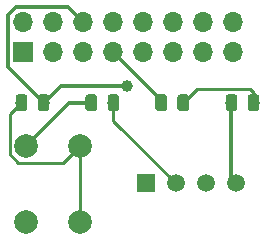
<source format=gbr>
G04 #@! TF.GenerationSoftware,KiCad,Pcbnew,(5.1.2)-1*
G04 #@! TF.CreationDate,2019-04-29T10:05:08+02:00*
G04 #@! TF.ProjectId,RPI FS HAT,52504920-4653-4204-9841-542e6b696361,1*
G04 #@! TF.SameCoordinates,Original*
G04 #@! TF.FileFunction,Copper,L1,Top*
G04 #@! TF.FilePolarity,Positive*
%FSLAX46Y46*%
G04 Gerber Fmt 4.6, Leading zero omitted, Abs format (unit mm)*
G04 Created by KiCad (PCBNEW (5.1.2)-1) date 2019-04-29 10:05:08*
%MOMM*%
%LPD*%
G04 APERTURE LIST*
%ADD10C,0.100000*%
%ADD11C,0.975000*%
%ADD12R,1.700000X1.700000*%
%ADD13O,1.700000X1.700000*%
%ADD14C,2.000000*%
%ADD15R,1.500000X1.500000*%
%ADD16C,1.500000*%
%ADD17C,1.000000*%
%ADD18C,0.300000*%
%ADD19C,0.250000*%
G04 APERTURE END LIST*
D10*
G36*
X197069142Y-62356674D02*
G01*
X197092803Y-62360184D01*
X197116007Y-62365996D01*
X197138529Y-62374054D01*
X197160153Y-62384282D01*
X197180670Y-62396579D01*
X197199883Y-62410829D01*
X197217607Y-62426893D01*
X197233671Y-62444617D01*
X197247921Y-62463830D01*
X197260218Y-62484347D01*
X197270446Y-62505971D01*
X197278504Y-62528493D01*
X197284316Y-62551697D01*
X197287826Y-62575358D01*
X197289000Y-62599250D01*
X197289000Y-63511750D01*
X197287826Y-63535642D01*
X197284316Y-63559303D01*
X197278504Y-63582507D01*
X197270446Y-63605029D01*
X197260218Y-63626653D01*
X197247921Y-63647170D01*
X197233671Y-63666383D01*
X197217607Y-63684107D01*
X197199883Y-63700171D01*
X197180670Y-63714421D01*
X197160153Y-63726718D01*
X197138529Y-63736946D01*
X197116007Y-63745004D01*
X197092803Y-63750816D01*
X197069142Y-63754326D01*
X197045250Y-63755500D01*
X196557750Y-63755500D01*
X196533858Y-63754326D01*
X196510197Y-63750816D01*
X196486993Y-63745004D01*
X196464471Y-63736946D01*
X196442847Y-63726718D01*
X196422330Y-63714421D01*
X196403117Y-63700171D01*
X196385393Y-63684107D01*
X196369329Y-63666383D01*
X196355079Y-63647170D01*
X196342782Y-63626653D01*
X196332554Y-63605029D01*
X196324496Y-63582507D01*
X196318684Y-63559303D01*
X196315174Y-63535642D01*
X196314000Y-63511750D01*
X196314000Y-62599250D01*
X196315174Y-62575358D01*
X196318684Y-62551697D01*
X196324496Y-62528493D01*
X196332554Y-62505971D01*
X196342782Y-62484347D01*
X196355079Y-62463830D01*
X196369329Y-62444617D01*
X196385393Y-62426893D01*
X196403117Y-62410829D01*
X196422330Y-62396579D01*
X196442847Y-62384282D01*
X196464471Y-62374054D01*
X196486993Y-62365996D01*
X196510197Y-62360184D01*
X196533858Y-62356674D01*
X196557750Y-62355500D01*
X197045250Y-62355500D01*
X197069142Y-62356674D01*
X197069142Y-62356674D01*
G37*
D11*
X196801500Y-63055500D03*
D10*
G36*
X198944142Y-62356674D02*
G01*
X198967803Y-62360184D01*
X198991007Y-62365996D01*
X199013529Y-62374054D01*
X199035153Y-62384282D01*
X199055670Y-62396579D01*
X199074883Y-62410829D01*
X199092607Y-62426893D01*
X199108671Y-62444617D01*
X199122921Y-62463830D01*
X199135218Y-62484347D01*
X199145446Y-62505971D01*
X199153504Y-62528493D01*
X199159316Y-62551697D01*
X199162826Y-62575358D01*
X199164000Y-62599250D01*
X199164000Y-63511750D01*
X199162826Y-63535642D01*
X199159316Y-63559303D01*
X199153504Y-63582507D01*
X199145446Y-63605029D01*
X199135218Y-63626653D01*
X199122921Y-63647170D01*
X199108671Y-63666383D01*
X199092607Y-63684107D01*
X199074883Y-63700171D01*
X199055670Y-63714421D01*
X199035153Y-63726718D01*
X199013529Y-63736946D01*
X198991007Y-63745004D01*
X198967803Y-63750816D01*
X198944142Y-63754326D01*
X198920250Y-63755500D01*
X198432750Y-63755500D01*
X198408858Y-63754326D01*
X198385197Y-63750816D01*
X198361993Y-63745004D01*
X198339471Y-63736946D01*
X198317847Y-63726718D01*
X198297330Y-63714421D01*
X198278117Y-63700171D01*
X198260393Y-63684107D01*
X198244329Y-63666383D01*
X198230079Y-63647170D01*
X198217782Y-63626653D01*
X198207554Y-63605029D01*
X198199496Y-63582507D01*
X198193684Y-63559303D01*
X198190174Y-63535642D01*
X198189000Y-63511750D01*
X198189000Y-62599250D01*
X198190174Y-62575358D01*
X198193684Y-62551697D01*
X198199496Y-62528493D01*
X198207554Y-62505971D01*
X198217782Y-62484347D01*
X198230079Y-62463830D01*
X198244329Y-62444617D01*
X198260393Y-62426893D01*
X198278117Y-62410829D01*
X198297330Y-62396579D01*
X198317847Y-62384282D01*
X198339471Y-62374054D01*
X198361993Y-62365996D01*
X198385197Y-62360184D01*
X198408858Y-62356674D01*
X198432750Y-62355500D01*
X198920250Y-62355500D01*
X198944142Y-62356674D01*
X198944142Y-62356674D01*
G37*
D11*
X198676500Y-63055500D03*
D12*
X179197000Y-58801000D03*
D13*
X179197000Y-56261000D03*
X181737000Y-58801000D03*
X181737000Y-56261000D03*
X184277000Y-58801000D03*
X184277000Y-56261000D03*
X186817000Y-58801000D03*
X186817000Y-56261000D03*
X189357000Y-58801000D03*
X189357000Y-56261000D03*
X191897000Y-58801000D03*
X191897000Y-56261000D03*
X194437000Y-58801000D03*
X194437000Y-56261000D03*
X196977000Y-58801000D03*
X196977000Y-56261000D03*
D10*
G36*
X179289142Y-62356674D02*
G01*
X179312803Y-62360184D01*
X179336007Y-62365996D01*
X179358529Y-62374054D01*
X179380153Y-62384282D01*
X179400670Y-62396579D01*
X179419883Y-62410829D01*
X179437607Y-62426893D01*
X179453671Y-62444617D01*
X179467921Y-62463830D01*
X179480218Y-62484347D01*
X179490446Y-62505971D01*
X179498504Y-62528493D01*
X179504316Y-62551697D01*
X179507826Y-62575358D01*
X179509000Y-62599250D01*
X179509000Y-63511750D01*
X179507826Y-63535642D01*
X179504316Y-63559303D01*
X179498504Y-63582507D01*
X179490446Y-63605029D01*
X179480218Y-63626653D01*
X179467921Y-63647170D01*
X179453671Y-63666383D01*
X179437607Y-63684107D01*
X179419883Y-63700171D01*
X179400670Y-63714421D01*
X179380153Y-63726718D01*
X179358529Y-63736946D01*
X179336007Y-63745004D01*
X179312803Y-63750816D01*
X179289142Y-63754326D01*
X179265250Y-63755500D01*
X178777750Y-63755500D01*
X178753858Y-63754326D01*
X178730197Y-63750816D01*
X178706993Y-63745004D01*
X178684471Y-63736946D01*
X178662847Y-63726718D01*
X178642330Y-63714421D01*
X178623117Y-63700171D01*
X178605393Y-63684107D01*
X178589329Y-63666383D01*
X178575079Y-63647170D01*
X178562782Y-63626653D01*
X178552554Y-63605029D01*
X178544496Y-63582507D01*
X178538684Y-63559303D01*
X178535174Y-63535642D01*
X178534000Y-63511750D01*
X178534000Y-62599250D01*
X178535174Y-62575358D01*
X178538684Y-62551697D01*
X178544496Y-62528493D01*
X178552554Y-62505971D01*
X178562782Y-62484347D01*
X178575079Y-62463830D01*
X178589329Y-62444617D01*
X178605393Y-62426893D01*
X178623117Y-62410829D01*
X178642330Y-62396579D01*
X178662847Y-62384282D01*
X178684471Y-62374054D01*
X178706993Y-62365996D01*
X178730197Y-62360184D01*
X178753858Y-62356674D01*
X178777750Y-62355500D01*
X179265250Y-62355500D01*
X179289142Y-62356674D01*
X179289142Y-62356674D01*
G37*
D11*
X179021500Y-63055500D03*
D10*
G36*
X181164142Y-62356674D02*
G01*
X181187803Y-62360184D01*
X181211007Y-62365996D01*
X181233529Y-62374054D01*
X181255153Y-62384282D01*
X181275670Y-62396579D01*
X181294883Y-62410829D01*
X181312607Y-62426893D01*
X181328671Y-62444617D01*
X181342921Y-62463830D01*
X181355218Y-62484347D01*
X181365446Y-62505971D01*
X181373504Y-62528493D01*
X181379316Y-62551697D01*
X181382826Y-62575358D01*
X181384000Y-62599250D01*
X181384000Y-63511750D01*
X181382826Y-63535642D01*
X181379316Y-63559303D01*
X181373504Y-63582507D01*
X181365446Y-63605029D01*
X181355218Y-63626653D01*
X181342921Y-63647170D01*
X181328671Y-63666383D01*
X181312607Y-63684107D01*
X181294883Y-63700171D01*
X181275670Y-63714421D01*
X181255153Y-63726718D01*
X181233529Y-63736946D01*
X181211007Y-63745004D01*
X181187803Y-63750816D01*
X181164142Y-63754326D01*
X181140250Y-63755500D01*
X180652750Y-63755500D01*
X180628858Y-63754326D01*
X180605197Y-63750816D01*
X180581993Y-63745004D01*
X180559471Y-63736946D01*
X180537847Y-63726718D01*
X180517330Y-63714421D01*
X180498117Y-63700171D01*
X180480393Y-63684107D01*
X180464329Y-63666383D01*
X180450079Y-63647170D01*
X180437782Y-63626653D01*
X180427554Y-63605029D01*
X180419496Y-63582507D01*
X180413684Y-63559303D01*
X180410174Y-63535642D01*
X180409000Y-63511750D01*
X180409000Y-62599250D01*
X180410174Y-62575358D01*
X180413684Y-62551697D01*
X180419496Y-62528493D01*
X180427554Y-62505971D01*
X180437782Y-62484347D01*
X180450079Y-62463830D01*
X180464329Y-62444617D01*
X180480393Y-62426893D01*
X180498117Y-62410829D01*
X180517330Y-62396579D01*
X180537847Y-62384282D01*
X180559471Y-62374054D01*
X180581993Y-62365996D01*
X180605197Y-62360184D01*
X180628858Y-62356674D01*
X180652750Y-62355500D01*
X181140250Y-62355500D01*
X181164142Y-62356674D01*
X181164142Y-62356674D01*
G37*
D11*
X180896500Y-63055500D03*
D10*
G36*
X185202475Y-62356674D02*
G01*
X185226136Y-62360184D01*
X185249340Y-62365996D01*
X185271862Y-62374054D01*
X185293486Y-62384282D01*
X185314003Y-62396579D01*
X185333216Y-62410829D01*
X185350940Y-62426893D01*
X185367004Y-62444617D01*
X185381254Y-62463830D01*
X185393551Y-62484347D01*
X185403779Y-62505971D01*
X185411837Y-62528493D01*
X185417649Y-62551697D01*
X185421159Y-62575358D01*
X185422333Y-62599250D01*
X185422333Y-63511750D01*
X185421159Y-63535642D01*
X185417649Y-63559303D01*
X185411837Y-63582507D01*
X185403779Y-63605029D01*
X185393551Y-63626653D01*
X185381254Y-63647170D01*
X185367004Y-63666383D01*
X185350940Y-63684107D01*
X185333216Y-63700171D01*
X185314003Y-63714421D01*
X185293486Y-63726718D01*
X185271862Y-63736946D01*
X185249340Y-63745004D01*
X185226136Y-63750816D01*
X185202475Y-63754326D01*
X185178583Y-63755500D01*
X184691083Y-63755500D01*
X184667191Y-63754326D01*
X184643530Y-63750816D01*
X184620326Y-63745004D01*
X184597804Y-63736946D01*
X184576180Y-63726718D01*
X184555663Y-63714421D01*
X184536450Y-63700171D01*
X184518726Y-63684107D01*
X184502662Y-63666383D01*
X184488412Y-63647170D01*
X184476115Y-63626653D01*
X184465887Y-63605029D01*
X184457829Y-63582507D01*
X184452017Y-63559303D01*
X184448507Y-63535642D01*
X184447333Y-63511750D01*
X184447333Y-62599250D01*
X184448507Y-62575358D01*
X184452017Y-62551697D01*
X184457829Y-62528493D01*
X184465887Y-62505971D01*
X184476115Y-62484347D01*
X184488412Y-62463830D01*
X184502662Y-62444617D01*
X184518726Y-62426893D01*
X184536450Y-62410829D01*
X184555663Y-62396579D01*
X184576180Y-62384282D01*
X184597804Y-62374054D01*
X184620326Y-62365996D01*
X184643530Y-62360184D01*
X184667191Y-62356674D01*
X184691083Y-62355500D01*
X185178583Y-62355500D01*
X185202475Y-62356674D01*
X185202475Y-62356674D01*
G37*
D11*
X184934833Y-63055500D03*
D10*
G36*
X187077475Y-62356674D02*
G01*
X187101136Y-62360184D01*
X187124340Y-62365996D01*
X187146862Y-62374054D01*
X187168486Y-62384282D01*
X187189003Y-62396579D01*
X187208216Y-62410829D01*
X187225940Y-62426893D01*
X187242004Y-62444617D01*
X187256254Y-62463830D01*
X187268551Y-62484347D01*
X187278779Y-62505971D01*
X187286837Y-62528493D01*
X187292649Y-62551697D01*
X187296159Y-62575358D01*
X187297333Y-62599250D01*
X187297333Y-63511750D01*
X187296159Y-63535642D01*
X187292649Y-63559303D01*
X187286837Y-63582507D01*
X187278779Y-63605029D01*
X187268551Y-63626653D01*
X187256254Y-63647170D01*
X187242004Y-63666383D01*
X187225940Y-63684107D01*
X187208216Y-63700171D01*
X187189003Y-63714421D01*
X187168486Y-63726718D01*
X187146862Y-63736946D01*
X187124340Y-63745004D01*
X187101136Y-63750816D01*
X187077475Y-63754326D01*
X187053583Y-63755500D01*
X186566083Y-63755500D01*
X186542191Y-63754326D01*
X186518530Y-63750816D01*
X186495326Y-63745004D01*
X186472804Y-63736946D01*
X186451180Y-63726718D01*
X186430663Y-63714421D01*
X186411450Y-63700171D01*
X186393726Y-63684107D01*
X186377662Y-63666383D01*
X186363412Y-63647170D01*
X186351115Y-63626653D01*
X186340887Y-63605029D01*
X186332829Y-63582507D01*
X186327017Y-63559303D01*
X186323507Y-63535642D01*
X186322333Y-63511750D01*
X186322333Y-62599250D01*
X186323507Y-62575358D01*
X186327017Y-62551697D01*
X186332829Y-62528493D01*
X186340887Y-62505971D01*
X186351115Y-62484347D01*
X186363412Y-62463830D01*
X186377662Y-62444617D01*
X186393726Y-62426893D01*
X186411450Y-62410829D01*
X186430663Y-62396579D01*
X186451180Y-62384282D01*
X186472804Y-62374054D01*
X186495326Y-62365996D01*
X186518530Y-62360184D01*
X186542191Y-62356674D01*
X186566083Y-62355500D01*
X187053583Y-62355500D01*
X187077475Y-62356674D01*
X187077475Y-62356674D01*
G37*
D11*
X186809833Y-63055500D03*
D10*
G36*
X192990808Y-62356674D02*
G01*
X193014469Y-62360184D01*
X193037673Y-62365996D01*
X193060195Y-62374054D01*
X193081819Y-62384282D01*
X193102336Y-62396579D01*
X193121549Y-62410829D01*
X193139273Y-62426893D01*
X193155337Y-62444617D01*
X193169587Y-62463830D01*
X193181884Y-62484347D01*
X193192112Y-62505971D01*
X193200170Y-62528493D01*
X193205982Y-62551697D01*
X193209492Y-62575358D01*
X193210666Y-62599250D01*
X193210666Y-63511750D01*
X193209492Y-63535642D01*
X193205982Y-63559303D01*
X193200170Y-63582507D01*
X193192112Y-63605029D01*
X193181884Y-63626653D01*
X193169587Y-63647170D01*
X193155337Y-63666383D01*
X193139273Y-63684107D01*
X193121549Y-63700171D01*
X193102336Y-63714421D01*
X193081819Y-63726718D01*
X193060195Y-63736946D01*
X193037673Y-63745004D01*
X193014469Y-63750816D01*
X192990808Y-63754326D01*
X192966916Y-63755500D01*
X192479416Y-63755500D01*
X192455524Y-63754326D01*
X192431863Y-63750816D01*
X192408659Y-63745004D01*
X192386137Y-63736946D01*
X192364513Y-63726718D01*
X192343996Y-63714421D01*
X192324783Y-63700171D01*
X192307059Y-63684107D01*
X192290995Y-63666383D01*
X192276745Y-63647170D01*
X192264448Y-63626653D01*
X192254220Y-63605029D01*
X192246162Y-63582507D01*
X192240350Y-63559303D01*
X192236840Y-63535642D01*
X192235666Y-63511750D01*
X192235666Y-62599250D01*
X192236840Y-62575358D01*
X192240350Y-62551697D01*
X192246162Y-62528493D01*
X192254220Y-62505971D01*
X192264448Y-62484347D01*
X192276745Y-62463830D01*
X192290995Y-62444617D01*
X192307059Y-62426893D01*
X192324783Y-62410829D01*
X192343996Y-62396579D01*
X192364513Y-62384282D01*
X192386137Y-62374054D01*
X192408659Y-62365996D01*
X192431863Y-62360184D01*
X192455524Y-62356674D01*
X192479416Y-62355500D01*
X192966916Y-62355500D01*
X192990808Y-62356674D01*
X192990808Y-62356674D01*
G37*
D11*
X192723166Y-63055500D03*
D10*
G36*
X191115808Y-62356674D02*
G01*
X191139469Y-62360184D01*
X191162673Y-62365996D01*
X191185195Y-62374054D01*
X191206819Y-62384282D01*
X191227336Y-62396579D01*
X191246549Y-62410829D01*
X191264273Y-62426893D01*
X191280337Y-62444617D01*
X191294587Y-62463830D01*
X191306884Y-62484347D01*
X191317112Y-62505971D01*
X191325170Y-62528493D01*
X191330982Y-62551697D01*
X191334492Y-62575358D01*
X191335666Y-62599250D01*
X191335666Y-63511750D01*
X191334492Y-63535642D01*
X191330982Y-63559303D01*
X191325170Y-63582507D01*
X191317112Y-63605029D01*
X191306884Y-63626653D01*
X191294587Y-63647170D01*
X191280337Y-63666383D01*
X191264273Y-63684107D01*
X191246549Y-63700171D01*
X191227336Y-63714421D01*
X191206819Y-63726718D01*
X191185195Y-63736946D01*
X191162673Y-63745004D01*
X191139469Y-63750816D01*
X191115808Y-63754326D01*
X191091916Y-63755500D01*
X190604416Y-63755500D01*
X190580524Y-63754326D01*
X190556863Y-63750816D01*
X190533659Y-63745004D01*
X190511137Y-63736946D01*
X190489513Y-63726718D01*
X190468996Y-63714421D01*
X190449783Y-63700171D01*
X190432059Y-63684107D01*
X190415995Y-63666383D01*
X190401745Y-63647170D01*
X190389448Y-63626653D01*
X190379220Y-63605029D01*
X190371162Y-63582507D01*
X190365350Y-63559303D01*
X190361840Y-63535642D01*
X190360666Y-63511750D01*
X190360666Y-62599250D01*
X190361840Y-62575358D01*
X190365350Y-62551697D01*
X190371162Y-62528493D01*
X190379220Y-62505971D01*
X190389448Y-62484347D01*
X190401745Y-62463830D01*
X190415995Y-62444617D01*
X190432059Y-62426893D01*
X190449783Y-62410829D01*
X190468996Y-62396579D01*
X190489513Y-62384282D01*
X190511137Y-62374054D01*
X190533659Y-62365996D01*
X190556863Y-62360184D01*
X190580524Y-62356674D01*
X190604416Y-62355500D01*
X191091916Y-62355500D01*
X191115808Y-62356674D01*
X191115808Y-62356674D01*
G37*
D11*
X190848166Y-63055500D03*
D14*
X183951000Y-73197500D03*
X179451000Y-73197500D03*
X183951000Y-66697500D03*
X179451000Y-66697500D03*
D15*
X189547500Y-69850000D03*
D16*
X192087500Y-69850000D03*
X194627500Y-69850000D03*
X197167500Y-69850000D03*
D17*
X187960000Y-61658500D03*
D18*
X180340263Y-62499263D02*
X180896500Y-63055500D01*
X177896999Y-60055999D02*
X180340263Y-62499263D01*
X177896999Y-55636999D02*
X177896999Y-60055999D01*
X178572999Y-54960999D02*
X177896999Y-55636999D01*
X182976999Y-54960999D02*
X178572999Y-54960999D01*
X184277000Y-56261000D02*
X182976999Y-54960999D01*
X196801500Y-63055500D02*
X196801500Y-69484000D01*
X187908387Y-61606887D02*
X187960000Y-61658500D01*
X180896500Y-63055500D02*
X182345113Y-61606887D01*
X182345113Y-61606887D02*
X187908387Y-61606887D01*
D19*
X193279403Y-62499263D02*
X192723166Y-63055500D01*
X193848176Y-61930490D02*
X193279403Y-62499263D01*
X198351490Y-61930490D02*
X193848176Y-61930490D01*
X198676500Y-62255500D02*
X198351490Y-61930490D01*
X198676500Y-63055500D02*
X198676500Y-62255500D01*
D18*
X183093000Y-63055500D02*
X179451000Y-66697500D01*
X184934833Y-63055500D02*
X183093000Y-63055500D01*
D19*
X190848166Y-62832166D02*
X190848166Y-63055500D01*
X186817000Y-58801000D02*
X190848166Y-62832166D01*
X183951000Y-68111713D02*
X183951000Y-73197500D01*
X183951000Y-66697500D02*
X183951000Y-68111713D01*
X178465263Y-63611737D02*
X179021500Y-63055500D01*
X178025999Y-64051001D02*
X178465263Y-63611737D01*
X178025999Y-67381501D02*
X178025999Y-64051001D01*
X178766999Y-68122501D02*
X178025999Y-67381501D01*
X182525999Y-68122501D02*
X178766999Y-68122501D01*
X183951000Y-66697500D02*
X182525999Y-68122501D01*
X186809833Y-64572333D02*
X186809833Y-63055500D01*
X192087500Y-69850000D02*
X186809833Y-64572333D01*
M02*

</source>
